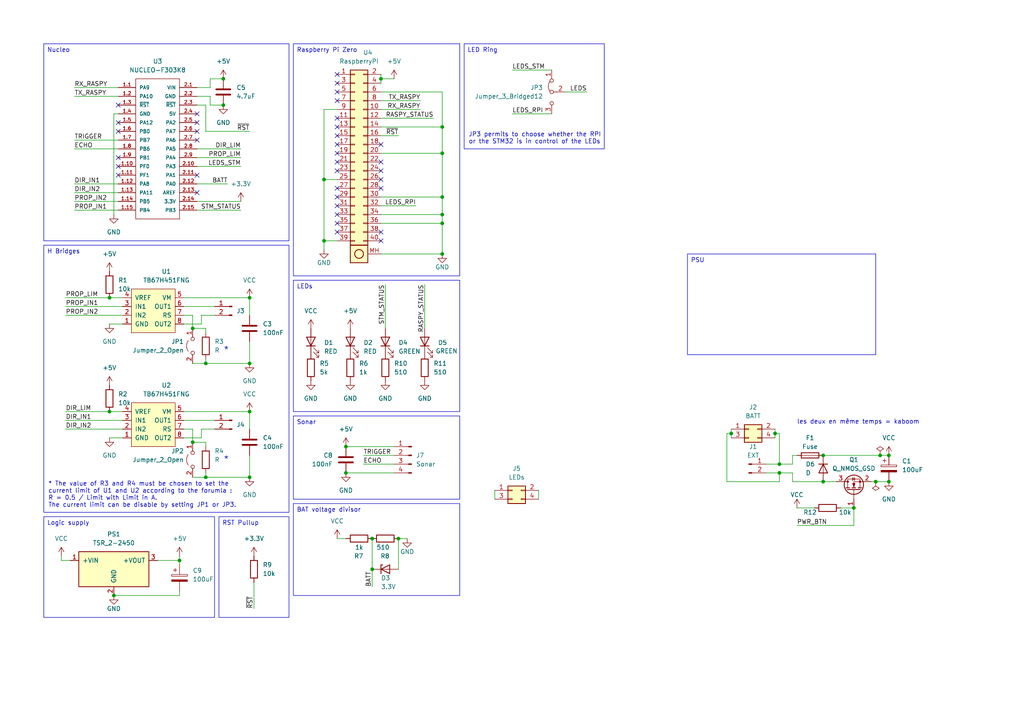
<source format=kicad_sch>
(kicad_sch (version 20230121) (generator eeschema)
  (paper "A4")
  (title_block (title "DevBoard acdc") (date "2023-09-26") (rev "V1.0"))
  (lib_symbols
    (symbol "ComponentsEvo:NUCLEO-F303K8" (pin_names (offset 1.016))
      (property "Reference" "U" (at -2.54 21.59 0))
      (property "Value" "NUCLEO-F303K8" (at -7.62 -22.86 0))
      (symbol "NUCLEO-F303K8_1_0"
        (polyline (pts (xy -6.35 -20.32) (xy 6.35 -20.32)) (stroke (width 0.1524)))
        (polyline (pts (xy -6.35 20.32) (xy -6.35 -20.32)) (stroke (width 0.1524)))
        (polyline (pts (xy 6.35 -20.32) (xy 6.35 20.32)) (stroke (width 0.1524)))
        (polyline (pts (xy 6.35 20.32) (xy -6.35 20.32)) (stroke (width 0.1524)))
        (pin bidirectional line (at -11.43 17.78 0) (length 5.08) (name "PA9") (number "1.1"))
        (pin bidirectional line (at -11.43 -5.08 0) (length 5.08) (name "PF0") (number "1.10"))
        (pin bidirectional line (at -11.43 -7.62 0) (length 5.08) (name "PF1") (number "1.11"))
        (pin bidirectional line (at -11.43 -10.16 0) (length 5.08) (name "PA8") (number "1.12"))
        (pin bidirectional line (at -11.43 -12.7 0) (length 5.08) (name "PA11") (number "1.13"))
        (pin bidirectional line (at -11.43 -15.24 0) (length 5.08) (name "PB5") (number "1.14"))
        (pin bidirectional line (at -11.43 -17.78 0) (length 5.08) (name "PB4") (number "1.15"))
        (pin bidirectional line (at -11.43 15.24 0) (length 5.08) (name "PA10") (number "1.2"))
        (pin bidirectional line (at -11.43 12.7 0) (length 5.08) (name "~{RST}") (number "1.3"))
        (pin passive line (at -11.43 10.16 0) (length 5.08) (name "GND") (number "1.4"))
        (pin bidirectional line (at -11.43 7.62 0) (length 5.08) (name "PA12") (number "1.5"))
        (pin bidirectional line (at -11.43 5.08 0) (length 5.08) (name "PB0") (number "1.6"))
        (pin bidirectional line (at -11.43 2.54 0) (length 5.08) (name "PB7") (number "1.7"))
        (pin bidirectional line (at -11.43 0 0) (length 5.08) (name "PB6") (number "1.8"))
        (pin bidirectional line (at -11.43 -2.54 0) (length 5.08) (name "PB1") (number "1.9"))
        (pin power_in line (at 11.43 17.78 180) (length 5.08) (name "VIN") (number "2.1"))
        (pin bidirectional line (at 11.43 -5.08 180) (length 5.08) (name "PA3") (number "2.10"))
        (pin bidirectional line (at 11.43 -7.62 180) (length 5.08) (name "PA1") (number "2.11"))
        (pin bidirectional line (at 11.43 -10.16 180) (length 5.08) (name "PA0") (number "2.12"))
        (pin power_out line (at 11.43 -12.7 180) (length 5.08) (name "AREF") (number "2.13"))
        (pin power_out line (at 11.43 -15.24 180) (length 5.08) (name "3.3V") (number "2.14"))
        (pin bidirectional line (at 11.43 -17.78 180) (length 5.08) (name "PB3") (number "2.15"))
        (pin passive line (at 11.43 15.24 180) (length 5.08) (name "GND") (number "2.2"))
        (pin bidirectional line (at 11.43 12.7 180) (length 5.08) (name "~{RST}") (number "2.3"))
        (pin power_out line (at 11.43 10.16 180) (length 5.08) (name "5V") (number "2.4"))
        (pin bidirectional line (at 11.43 7.62 180) (length 5.08) (name "PA2") (number "2.5"))
        (pin bidirectional line (at 11.43 5.08 180) (length 5.08) (name "PA7") (number "2.6"))
        (pin bidirectional line (at 11.43 2.54 180) (length 5.08) (name "PA6") (number "2.7"))
        (pin bidirectional line (at 11.43 0 180) (length 5.08) (name "PA5") (number "2.8"))
        (pin bidirectional line (at 11.43 -2.54 180) (length 5.08) (name "PA4") (number "2.9"))
      )
    )
    (symbol "ComponentsEvo:RaspberryPI" (pin_names (offset 1.016) hide)
      (property "Reference" "U" (at 0 26.67 0))
      (property "Value" "RaspberryPI" (at 0 -31.75 0))
      (symbol "RaspberryPI_0_1"
        (rectangle (start -2.54 -25.4) (end 2.54 -30.48) (stroke (width 0.254)) (fill (type background)))
        (circle (center 0 -27.94) (radius 1.27) (stroke (width 0.254)))
      )
      (symbol "RaspberryPI_1_1"
        (rectangle (start -2.54 -24.003) (end -1.27 -24.257) (stroke (width 0.1524)))
        (rectangle (start -2.54 -21.463) (end -1.27 -21.717) (stroke (width 0.1524)))
        (rectangle (start -2.54 -18.923) (end -1.27 -19.177) (stroke (width 0.1524)))
        (rectangle (start -2.54 -16.383) (end -1.27 -16.637) (stroke (width 0.1524)))
        (rectangle (start -2.54 -13.843) (end -1.27 -14.097) (stroke (width 0.1524)))
        (rectangle (start -2.54 -11.303) (end -1.27 -11.557) (stroke (width 0.1524)))
        (rectangle (start -2.54 -8.763) (end -1.27 -9.017) (stroke (width 0.1524)))
        (rectangle (start -2.54 -6.223) (end -1.27 -6.477) (stroke (width 0.1524)))
        (rectangle (start -2.54 -3.683) (end -1.27 -3.937) (stroke (width 0.1524)))
        (rectangle (start -2.54 -1.143) (end -1.27 -1.397) (stroke (width 0.1524)))
        (rectangle (start -2.54 1.397) (end -1.27 1.143) (stroke (width 0.1524)))
        (rectangle (start -2.54 3.937) (end -1.27 3.683) (stroke (width 0.1524)))
        (rectangle (start -2.54 6.477) (end -1.27 6.223) (stroke (width 0.1524)))
        (rectangle (start -2.54 9.017) (end -1.27 8.763) (stroke (width 0.1524)))
        (rectangle (start -2.54 11.557) (end -1.27 11.303) (stroke (width 0.1524)))
        (rectangle (start -2.54 14.097) (end -1.27 13.843) (stroke (width 0.1524)))
        (rectangle (start -2.54 16.637) (end -1.27 16.383) (stroke (width 0.1524)))
        (rectangle (start -2.54 19.177) (end -1.27 18.923) (stroke (width 0.1524)))
        (rectangle (start -2.54 21.717) (end -1.27 21.463) (stroke (width 0.1524)))
        (rectangle (start -2.54 24.257) (end -1.27 24.003) (stroke (width 0.1524)))
        (rectangle (start -2.54 25.4) (end 2.54 -25.4) (stroke (width 0.254)) (fill (type background)))
        (rectangle (start 2.54 -24.003) (end 1.27 -24.257) (stroke (width 0.1524)))
        (rectangle (start 2.54 -21.463) (end 1.27 -21.717) (stroke (width 0.1524)))
        (rectangle (start 2.54 -18.923) (end 1.27 -19.177) (stroke (width 0.1524)))
        (rectangle (start 2.54 -16.383) (end 1.27 -16.637) (stroke (width 0.1524)))
        (rectangle (start 2.54 -13.843) (end 1.27 -14.097) (stroke (width 0.1524)))
        (rectangle (start 2.54 -11.303) (end 1.27 -11.557) (stroke (width 0.1524)))
        (rectangle (start 2.54 -8.763) (end 1.27 -9.017) (stroke (width 0.1524)))
        (rectangle (start 2.54 -6.223) (end 1.27 -6.477) (stroke (width 0.1524)))
        (rectangle (start 2.54 -3.683) (end 1.27 -3.937) (stroke (width 0.1524)))
        (rectangle (start 2.54 -1.143) (end 1.27 -1.397) (stroke (width 0.1524)))
        (rectangle (start 2.54 1.397) (end 1.27 1.143) (stroke (width 0.1524)))
        (rectangle (start 2.54 3.937) (end 1.27 3.683) (stroke (width 0.1524)))
        (rectangle (start 2.54 6.477) (end 1.27 6.223) (stroke (width 0.1524)))
        (rectangle (start 2.54 9.017) (end 1.27 8.763) (stroke (width 0.1524)))
        (rectangle (start 2.54 11.557) (end 1.27 11.303) (stroke (width 0.1524)))
        (rectangle (start 2.54 14.097) (end 1.27 13.843) (stroke (width 0.1524)))
        (rectangle (start 2.54 16.637) (end 1.27 16.383) (stroke (width 0.1524)))
        (rectangle (start 2.54 19.177) (end 1.27 18.923) (stroke (width 0.1524)))
        (rectangle (start 2.54 21.717) (end 1.27 21.463) (stroke (width 0.1524)))
        (rectangle (start 2.54 24.257) (end 1.27 24.003) (stroke (width 0.1524)))
        (pin passive line (at -6.35 24.13 0) (length 3.81) (name "Pin_1") (number "1"))
        (pin passive line (at 6.35 13.97 180) (length 3.81) (name "Pin_10") (number "10"))
        (pin passive line (at -6.35 11.43 0) (length 3.81) (name "Pin_11") (number "11"))
        (pin passive line (at 6.35 11.43 180) (length 3.81) (name "Pin_12") (number "12"))
        (pin passive line (at -6.35 8.89 0) (length 3.81) (name "Pin_13") (number "13"))
        (pin passive line (at 6.35 8.89 180) (length 3.81) (name "Pin_14") (number "14"))
        (pin passive line (at -6.35 6.35 0) (length 3.81) (name "Pin_15") (number "15"))
        (pin passive line (at 6.35 6.35 180) (length 3.81) (name "Pin_16") (number "16"))
        (pin passive line (at -6.35 3.81 0) (length 3.81) (name "Pin_17") (number "17"))
        (pin passive line (at 6.35 3.81 180) (length 3.81) (name "Pin_18") (number "18"))
        (pin passive line (at -6.35 1.27 0) (length 3.81) (name "Pin_19") (number "19"))
        (pin passive line (at 6.35 24.13 180) (length 3.81) (name "Pin_2") (number "2"))
        (pin passive line (at 6.35 1.27 180) (length 3.81) (name "Pin_20") (number "20"))
        (pin passive line (at -6.35 -1.27 0) (length 3.81) (name "Pin_21") (number "21"))
        (pin passive line (at 6.35 -1.27 180) (length 3.81) (name "Pin_22") (number "22"))
        (pin passive line (at -6.35 -3.81 0) (length 3.81) (name "Pin_23") (number "23"))
        (pin passive line (at 6.35 -3.81 180) (length 3.81) (name "Pin_24") (number "24"))
        (pin passive line (at -6.35 -6.35 0) (length 3.81) (name "Pin_25") (number "25"))
        (pin passive line (at 6.35 -6.35 180) (length 3.81) (name "Pin_26") (number "26"))
        (pin passive line (at -6.35 -8.89 0) (length 3.81) (name "Pin_27") (number "27"))
        (pin passive line (at 6.35 -8.89 180) (length 3.81) (name "Pin_28") (number "28"))
        (pin passive line (at -6.35 -11.43 0) (length 3.81) (name "Pin_29") (number "29"))
        (pin passive line (at -6.35 21.59 0) (length 3.81) (name "Pin_3") (number "3"))
        (pin passive line (at 6.35 -11.43 180) (length 3.81) (name "Pin_30") (number "30"))
        (pin passive line (at -6.35 -13.97 0) (length 3.81) (name "Pin_31") (number "31"))
        (pin passive line (at 6.35 -13.97 180) (length 3.81) (name "Pin_32") (number "32"))
        (pin passive line (at -6.35 -16.51 0) (length 3.81) (name "Pin_33") (number "33"))
        (pin passive line (at 6.35 -16.51 180) (length 3.81) (name "Pin_34") (number "34"))
        (pin passive line (at -6.35 -19.05 0) (length 3.81) (name "Pin_35") (number "35"))
        (pin passive line (at 6.35 -19.05 180) (length 3.81) (name "Pin_36") (number "36"))
        (pin passive line (at -6.35 -21.59 0) (length 3.81) (name "Pin_37") (number "37"))
        (pin passive line (at 6.35 -21.59 180) (length 3.81) (name "Pin_38") (number "38"))
        (pin passive line (at -6.35 -24.13 0) (length 3.81) (name "Pin_39") (number "39"))
        (pin passive line (at 6.35 21.59 180) (length 3.81) (name "Pin_4") (number "4"))
        (pin passive line (at 6.35 -24.13 180) (length 3.81) (name "Pin_40") (number "40"))
        (pin passive line (at -6.35 19.05 0) (length 3.81) (name "Pin_5") (number "5"))
        (pin passive line (at 6.35 19.05 180) (length 3.81) (name "Pin_6") (number "6"))
        (pin passive line (at -6.35 16.51 0) (length 3.81) (name "Pin_7") (number "7"))
        (pin passive line (at 6.35 16.51 180) (length 3.81) (name "Pin_8") (number "8"))
        (pin passive line (at -6.35 13.97 0) (length 3.81) (name "Pin_9") (number "9"))
        (pin passive line (at 6.35 -27.94 180) (length 3.81) (name "MountingHoles") (number "MH"))
      )
    )
    (symbol "ComponentsEvo:TB67H451FNG" (pin_names (offset 1.016))
      (property "Reference" "U" (at 0 7.62 0))
      (property "Value" "TB67H451FNG" (at 0 -7.62 0))
      (symbol "TB67H451FNG_0_1"
        (rectangle (start -6.35 6.35) (end 6.35 -6.35) (fill (type background)))
      )
      (symbol "TB67H451FNG_1_1"
        (pin passive line (at -8.89 3.81 0) (length 2.54) (name "GND") (number "1"))
        (pin input line (at -8.89 1.27 0) (length 2.54) (name "IN2") (number "2"))
        (pin input line (at -8.89 -1.27 0) (length 2.54) (name "IN1") (number "3"))
        (pin input line (at -8.89 -3.81 0) (length 2.54) (name "VREF") (number "4"))
        (pin power_in line (at 8.89 -3.81 180) (length 2.54) (name "VM") (number "5"))
        (pin power_out line (at 8.89 -1.27 180) (length 2.54) (name "OUT1") (number "6"))
        (pin input line (at 8.89 1.27 180) (length 2.54) (name "RS") (number "7"))
        (pin power_out line (at 8.89 3.81 180) (length 2.54) (name "OUT2") (number "8"))
      )
    )
    (symbol "ComponentsEvo:TSR_2-2450" (pin_names (offset 1.016))
      (property "Reference" "PS" (at -1.27 8.89 0))
      (property "Value" "TSR_2-2450" (at -5.08 6.35 0))
      (symbol "TSR_2-2450_0_0"
        (rectangle (start -10.16 5.08) (end 10.16 -5.08) (stroke (width 0.254)) (fill (type background)))
      )
      (symbol "TSR_2-2450_1_0"
        (pin input line (at -12.7 2.54 0) (length 2.54) (name "+VIN") (number "1"))
        (pin power_in line (at 0 -7.62 90) (length 2.54) (name "GND") (number "2"))
        (pin output line (at 12.7 2.54 180) (length 2.54) (name "+VOUT") (number "3"))
      )
    )
    (symbol "Connector:Conn_01x02_Pin" (pin_names (offset 1.016) hide)
      (property "Reference" "J" (at 0 2.54 0))
      (property "Value" "Conn_01x02_Pin" (at 0 -5.08 0))
      (symbol "Conn_01x02_Pin_1_1"
        (polyline (pts (xy 1.27 -2.54) (xy 0.8636 -2.54)) (stroke (width 0.1524)))
        (polyline (pts (xy 1.27 0) (xy 0.8636 0)) (stroke (width 0.1524)))
        (rectangle (start 0.8636 -2.413) (end 0 -2.667) (stroke (width 0.1524)) (fill (type outline)))
        (rectangle (start 0.8636 0.127) (end 0 -0.127) (stroke (width 0.1524)) (fill (type outline)))
        (pin passive line (at 5.08 0 180) (length 3.81) (name "Pin_1") (number "1"))
        (pin passive line (at 5.08 -2.54 180) (length 3.81) (name "Pin_2") (number "2"))
      )
    )
    (symbol "Connector:Conn_01x04_Pin" (pin_names (offset 1.016) hide)
      (property "Reference" "J" (at 0 5.08 0))
      (property "Value" "Conn_01x04_Pin" (at 0 -7.62 0))
      (symbol "Conn_01x04_Pin_1_1"
        (polyline (pts (xy 1.27 -5.08) (xy 0.8636 -5.08)) (stroke (width 0.1524)))
        (polyline (pts (xy 1.27 -2.54) (xy 0.8636 -2.54)) (stroke (width 0.1524)))
        (polyline (pts (xy 1.27 0) (xy 0.8636 0)) (stroke (width 0.1524)))
        (polyline (pts (xy 1.27 2.54) (xy 0.8636 2.54)) (stroke (width 0.1524)))
        (rectangle (start 0.8636 -4.953) (end 0 -5.207) (stroke (width 0.1524)) (fill (type outline)))
        (rectangle (start 0.8636 -2.413) (end 0 -2.667) (stroke (width 0.1524)) (fill (type outline)))
        (rectangle (start 0.8636 0.127) (end 0 -0.127) (stroke (width 0.1524)) (fill (type outline)))
        (rectangle (start 0.8636 2.667) (end 0 2.413) (stroke (width 0.1524)) (fill (type outline)))
        (pin passive line (at 5.08 2.54 180) (length 3.81) (name "Pin_1") (number "1"))
        (pin passive line (at 5.08 0 180) (length 3.81) (name "Pin_2") (number "2"))
        (pin passive line (at 5.08 -2.54 180) (length 3.81) (name "Pin_3") (number "3"))
        (pin passive line (at 5.08 -5.08 180) (length 3.81) (name "Pin_4") (number "4"))
      )
    )
    (symbol "Connector_Generic:Conn_02x02_Odd_Even" (pin_names (offset 1.016) hide)
      (property "Reference" "J" (at 1.27 2.54 0))
      (property "Value" "Conn_02x02_Odd_Even" (at 1.27 -5.08 0))
      (symbol "Conn_02x02_Odd_Even_1_1"
        (rectangle (start -1.27 -2.413) (end 0 -2.667) (stroke (width 0.1524)))
        (rectangle (start -1.27 0.127) (end 0 -0.127) (stroke (width 0.1524)))
        (rectangle (start -1.27 1.27) (end 3.81 -3.81) (stroke (width 0.254)) (fill (type background)))
        (rectangle (start 3.81 -2.413) (end 2.54 -2.667) (stroke (width 0.1524)))
        (rectangle (start 3.81 0.127) (end 2.54 -0.127) (stroke (width 0.1524)))
        (pin passive line (at -5.08 0 0) (length 3.81) (name "Pin_1") (number "1"))
        (pin passive line (at 7.62 0 180) (length 3.81) (name "Pin_2") (number "2"))
        (pin passive line (at -5.08 -2.54 0) (length 3.81) (name "Pin_3") (number "3"))
        (pin passive line (at 7.62 -2.54 180) (length 3.81) (name "Pin_4") (number "4"))
      )
    )
    (symbol "Device:C" (pin_numbers hide) (pin_names (offset 0.254))
      (property "Reference" "C" (at 0.635 2.54 0))
      (property "Value" "C" (at 0.635 -2.54 0))
      (symbol "C_0_1"
        (polyline (pts (xy -2.032 -0.762) (xy 2.032 -0.762)) (stroke (width 0.508)))
        (polyline (pts (xy -2.032 0.762) (xy 2.032 0.762)) (stroke (width 0.508)))
      )
      (symbol "C_1_1"
        (pin passive line (at 0 3.81 270) (length 2.794) (name "~") (number "1"))
        (pin passive line (at 0 -3.81 90) (length 2.794) (name "~") (number "2"))
      )
    )
    (symbol "Device:C_Polarized" (pin_numbers hide) (pin_names (offset 0.254))
      (property "Reference" "C" (at 0.635 2.54 0))
      (property "Value" "C_Polarized" (at 0.635 -2.54 0))
      (symbol "C_Polarized_0_1"
        (rectangle (start -2.286 0.508) (end 2.286 1.016))
        (polyline (pts (xy -1.778 2.286) (xy -0.762 2.286)))
        (polyline (pts (xy -1.27 2.794) (xy -1.27 1.778)))
        (rectangle (start 2.286 -0.508) (end -2.286 -1.016) (fill (type outline)))
      )
      (symbol "C_Polarized_1_1"
        (pin passive line (at 0 3.81 270) (length 2.794) (name "~") (number "1"))
        (pin passive line (at 0 -3.81 90) (length 2.794) (name "~") (number "2"))
      )
    )
    (symbol "Device:D" (pin_numbers hide) (pin_names (offset 1.016) hide)
      (property "Reference" "D" (at 0 2.54 0))
      (property "Value" "D" (at 0 -2.54 0))
      (symbol "D_0_1"
        (polyline (pts (xy -1.27 1.27) (xy -1.27 -1.27)) (stroke (width 0.254)))
        (polyline (pts (xy 1.27 0) (xy -1.27 0)))
        (polyline (pts (xy 1.27 1.27) (xy 1.27 -1.27) (xy -1.27 0) (xy 1.27 1.27)) (stroke (width 0.254)))
      )
      (symbol "D_1_1"
        (pin passive line (at -3.81 0 0) (length 2.54) (name "K") (number "1"))
        (pin passive line (at 3.81 0 180) (length 2.54) (name "A") (number "2"))
      )
    )
    (symbol "Device:D_Zener" (pin_numbers hide) (pin_names (offset 1.016) hide)
      (property "Reference" "D" (at 0 2.54 0))
      (property "Value" "D_Zener" (at 0 -2.54 0))
      (symbol "D_Zener_0_1"
        (polyline (pts (xy 1.27 0) (xy -1.27 0)))
        (polyline (pts (xy -1.27 -1.27) (xy -1.27 1.27) (xy -0.762 1.27)) (stroke (width 0.254)))
        (polyline (pts (xy 1.27 -1.27) (xy 1.27 1.27) (xy -1.27 0) (xy 1.27 -1.27)) (stroke (width 0.254)))
      )
      (symbol "D_Zener_1_1"
        (pin passive line (at -3.81 0 0) (length 2.54) (name "K") (number "1"))
        (pin passive line (at 3.81 0 180) (length 2.54) (name "A") (number "2"))
      )
    )
    (symbol "Device:Fuse" (pin_numbers hide) (pin_names (offset 0))
      (property "Reference" "F" (at 2.032 0 90))
      (property "Value" "Fuse" (at -1.905 0 90))
      (symbol "Fuse_0_1"
        (rectangle (start -0.762 -2.54) (end 0.762 2.54) (stroke (width 0.254)))
        (polyline (pts (xy 0 2.54) (xy 0 -2.54)))
      )
      (symbol "Fuse_1_1"
        (pin passive line (at 0 3.81 270) (length 1.27) (name "~") (number "1"))
        (pin passive line (at 0 -3.81 90) (length 1.27) (name "~") (number "2"))
      )
    )
    (symbol "Device:LED" (pin_numbers hide) (pin_names (offset 1.016) hide)
      (property "Reference" "D" (at 0 2.54 0))
      (property "Value" "LED" (at 0 -2.54 0))
      (symbol "LED_0_1"
        (polyline (pts (xy -1.27 -1.27) (xy -1.27 1.27)) (stroke (width 0.254)))
        (polyline (pts (xy -1.27 0) (xy 1.27 0)))
        (polyline (pts (xy 1.27 -1.27) (xy 1.27 1.27) (xy -1.27 0) (xy 1.27 -1.27)) (stroke (width 0.254)))
        (polyline (pts (xy -3.048 -0.762) (xy -4.572 -2.286) (xy -3.81 -2.286) (xy -4.572 -2.286) (xy -4.572 -1.524)))
        (polyline (pts (xy -1.778 -0.762) (xy -3.302 -2.286) (xy -2.54 -2.286) (xy -3.302 -2.286) (xy -3.302 -1.524)))
      )
      (symbol "LED_1_1"
        (pin passive line (at -3.81 0 0) (length 2.54) (name "K") (number "1"))
        (pin passive line (at 3.81 0 180) (length 2.54) (name "A") (number "2"))
      )
    )
    (symbol "Device:Q_NMOS_GSD" (pin_names (offset 0) hide)
      (property "Reference" "Q" (at 5.08 1.27 0))
      (property "Value" "Q_NMOS_GSD" (at 5.08 -1.27 0))
      (symbol "Q_NMOS_GSD_0_1"
        (polyline (pts (xy 0.254 0) (xy -2.54 0)))
        (polyline (pts (xy 0.254 1.905) (xy 0.254 -1.905)) (stroke (width 0.254)))
        (polyline (pts (xy 0.762 -1.27) (xy 0.762 -2.286)) (stroke (width 0.254)))
        (polyline (pts (xy 0.762 0.508) (xy 0.762 -0.508)) (stroke (width 0.254)))
        (polyline (pts (xy 0.762 2.286) (xy 0.762 1.27)) (stroke (width 0.254)))
        (polyline (pts (xy 2.54 2.54) (xy 2.54 1.778)))
        (polyline (pts (xy 2.54 -2.54) (xy 2.54 0) (xy 0.762 0)))
        (polyline (pts (xy 0.762 -1.778) (xy 3.302 -1.778) (xy 3.302 1.778) (xy 0.762 1.778)))
        (polyline (pts (xy 1.016 0) (xy 2.032 0.381) (xy 2.032 -0.381) (xy 1.016 0)) (fill (type outline)))
        (polyline (pts (xy 2.794 0.508) (xy 2.921 0.381) (xy 3.683 0.381) (xy 3.81 0.254)))
        (polyline (pts (xy 3.302 0.381) (xy 2.921 -0.254) (xy 3.683 -0.254) (xy 3.302 0.381)))
        (circle (center 1.651 0) (radius 2.794) (stroke (width 0.254)))
        (circle (center 2.54 -1.778) (radius 0.254) (fill (type outline)))
        (circle (center 2.54 1.778) (radius 0.254) (fill (type outline)))
      )
      (symbol "Q_NMOS_GSD_1_1"
        (pin input line (at -5.08 0 0) (length 2.54) (name "G") (number "1"))
        (pin passive line (at 2.54 -5.08 90) (length 2.54) (name "S") (number "2"))
        (pin passive line (at 2.54 5.08 270) (length 2.54) (name "D") (number "3"))
      )
    )
    (symbol "Device:R" (pin_numbers hide) (pin_names (offset 0))
      (property "Reference" "R" (at 2.032 0 90))
      (property "Value" "R" (at 0 0 90))
      (symbol "R_0_1"
        (rectangle (start -1.016 -2.54) (end 1.016 2.54) (stroke (width 0.254)))
      )
      (symbol "R_1_1"
        (pin passive line (at 0 3.81 270) (length 1.27) (name "~") (number "1"))
        (pin passive line (at 0 -3.81 90) (length 1.27) (name "~") (number "2"))
      )
    )
    (symbol "Jumper:Jumper_2_Open" (pin_names (offset 0) hide)
      (property "Reference" "JP" (at 0 2.794 0))
      (property "Value" "Jumper_2_Open" (at 0 -2.286 0))
      (symbol "Jumper_2_Open_0_0"
        (circle (center -2.032 0) (radius 0.508))
        (circle (center 2.032 0) (radius 0.508))
      )
      (symbol "Jumper_2_Open_0_1"
        (arc (start 1.524 1.27) (mid 0 1.778) (end -1.524 1.27))
      )
      (symbol "Jumper_2_Open_1_1"
        (pin passive line (at -5.08 0 0) (length 2.54) (name "A") (number "1"))
        (pin passive line (at 5.08 0 180) (length 2.54) (name "B") (number "2"))
      )
    )
    (symbol "Jumper:Jumper_3_Bridged12" (pin_names (offset 0) hide)
      (property "Reference" "JP" (at -2.54 -2.54 0))
      (property "Value" "Jumper_3_Bridged12" (at 0 2.794 0))
      (symbol "Jumper_3_Bridged12_0_0"
        (circle (center -3.302 0) (radius 0.508))
        (circle (center 0 0) (radius 0.508))
        (circle (center 3.302 0) (radius 0.508))
      )
      (symbol "Jumper_3_Bridged12_0_1"
        (arc (start -0.254 0.508) (mid -1.651 0.9912) (end -3.048 0.508))
        (polyline (pts (xy 0 -1.27) (xy 0 -0.508)))
      )
      (symbol "Jumper_3_Bridged12_1_1"
        (pin passive line (at -6.35 0 0) (length 2.54) (name "A") (number "1"))
        (pin passive line (at 0 -3.81 90) (length 2.54) (name "C") (number "2"))
        (pin passive line (at 6.35 0 180) (length 2.54) (name "B") (number "3"))
      )
    )
    (symbol "power:+3.3V" (power) (pin_names (offset 0))
      (property "Value" "+3.3V" (at 0 3.556 0))
      (symbol "+3.3V_0_1"
        (polyline (pts (xy -0.762 1.27) (xy 0 2.54)))
        (polyline (pts (xy 0 0) (xy 0 2.54)))
        (polyline (pts (xy 0 2.54) (xy 0.762 1.27)))
      )
      (symbol "+3.3V_1_1"
        (pin power_in line (at 0 0 90) (length 0) hide (name "+3.3V") (number "1"))
      )
    )
    (symbol "power:+5V" (power) (pin_names (offset 0))
      (property "Value" "+5V" (at 0 3.556 0))
      (symbol "+5V_0_1"
        (polyline (pts (xy -0.762 1.27) (xy 0 2.54)))
        (polyline (pts (xy 0 0) (xy 0 2.54)))
        (polyline (pts (xy 0 2.54) (xy 0.762 1.27)))
      )
      (symbol "+5V_1_1"
        (pin power_in line (at 0 0 90) (length 0) hide (name "+5V") (number "1"))
      )
    )
    (symbol "power:GND" (power) (pin_names (offset 0))
      (property "Value" "GND" (at 0 -3.81 0))
      (symbol "GND_0_1"
        (polyline (pts (xy 0 0) (xy 0 -1.27) (xy 1.27 -1.27) (xy 0 -2.54) (xy -1.27 -1.27) (xy 0 -1.27)))
      )
      (symbol "GND_1_1"
        (pin power_in line (at 0 0 270) (length 0) hide (name "GND") (number "1"))
      )
    )
    (symbol "power:PWR_FLAG" (power) (pin_numbers hide) (pin_names (offset 0) hide)
      (property "Value" "PWR_FLAG" (at 0 3.81 0))
      (symbol "PWR_FLAG_0_0"
        (pin power_out line (at 0 0 90) (length 0) (name "pwr") (number "1"))
      )
      (symbol "PWR_FLAG_0_1"
        (polyline (pts (xy 0 0) (xy 0 1.27) (xy -1.016 1.905) (xy 0 2.54) (xy 1.016 1.905) (xy 0 1.27)))
      )
    )
    (symbol "power:VCC" (power) (pin_names (offset 0))
      (property "Value" "VCC" (at 0 3.81 0))
      (symbol "VCC_0_1"
        (polyline (pts (xy -0.762 1.27) (xy 0 2.54)))
        (polyline (pts (xy 0 0) (xy 0 2.54)))
        (polyline (pts (xy 0 2.54) (xy 0.762 1.27)))
      )
      (symbol "VCC_1_1"
        (pin power_in line (at 0 0 90) (length 0) hide (name "VCC") (number "1"))
      )
    )
  )
  (junction (at 212.09 125.73))
  (junction (at 100.33 137.16))
  (junction (at 55.88 95.25))
  (junction (at 238.76 139.7))
  (junction (at 247.65 147.32))
  (junction (at 64.77 30.48))
  (junction (at 128.27 73.66))
  (junction (at 128.27 36.83))
  (junction (at 64.77 22.86))
  (junction (at 254 139.7))
  (junction (at 72.39 86.36))
  (junction (at 31.75 119.38))
  (junction (at 72.39 105.41))
  (junction (at 55.88 128.27))
  (junction (at 107.95 165.1))
  (junction (at 33.02 172.72))
  (junction (at 100.33 129.54))
  (junction (at 72.39 119.38))
  (junction (at 128.27 44.45))
  (junction (at 128.27 57.15))
  (junction (at 93.98 69.85))
  (junction (at 59.69 105.41))
  (junction (at 115.57 156.21))
  (junction (at 257.81 139.7))
  (junction (at 226.06 134.62))
  (junction (at 238.76 132.08))
  (junction (at 226.06 137.16))
  (junction (at 52.07 162.56))
  (junction (at 128.27 62.23))
  (junction (at 224.79 125.73))
  (junction (at 72.39 138.43))
  (junction (at 257.81 132.08))
  (junction (at 107.95 156.21))
  (junction (at 255.27 132.08))
  (junction (at 31.75 86.36))
  (junction (at 110.49 22.86))
  (junction (at 128.27 64.77))
  (junction (at 93.98 52.07))
  (junction (at 59.69 138.43))
  (no_connect (at 110.49 46.99))
  (no_connect (at 110.49 67.31))
  (no_connect (at 34.29 35.56))
  (no_connect (at 97.79 36.83))
  (no_connect (at 97.79 29.21))
  (no_connect (at 97.79 34.29))
  (no_connect (at 57.15 38.1))
  (no_connect (at 110.49 49.53))
  (no_connect (at 97.79 44.45))
  (no_connect (at 97.79 49.53))
  (no_connect (at 110.49 41.91))
  (no_connect (at 97.79 64.77))
  (no_connect (at 57.15 55.88))
  (no_connect (at 97.79 39.37))
  (no_connect (at 110.49 54.61))
  (no_connect (at 97.79 62.23))
  (no_connect (at 97.79 59.69))
  (no_connect (at 34.29 45.72))
  (no_connect (at 97.79 26.67))
  (no_connect (at 97.79 57.15))
  (no_connect (at 97.79 41.91))
  (no_connect (at 57.15 50.8))
  (no_connect (at 97.79 24.13))
  (no_connect (at 34.29 38.1))
  (no_connect (at 97.79 46.99))
  (no_connect (at 34.29 30.48))
  (no_connect (at 57.15 40.64))
  (no_connect (at 97.79 21.59))
  (no_connect (at 97.79 54.61))
  (no_connect (at 57.15 35.56))
  (no_connect (at 110.49 52.07))
  (no_connect (at 57.15 33.02))
  (no_connect (at 34.29 50.8))
  (no_connect (at 97.79 67.31))
  (no_connect (at 34.29 48.26))
  (no_connect (at 110.49 69.85))
  (wire (pts (xy 55.88 128.27) (xy 59.69 128.27)))
  (wire (pts (xy 238.76 139.7) (xy 242.57 139.7)))
  (wire (pts (xy 224.79 125.73) (xy 224.79 127)))
  (wire (pts (xy 59.69 95.25) (xy 59.69 96.52)))
  (wire (pts (xy 33.02 33.02) (xy 34.29 33.02)))
  (wire (pts (xy 19.05 88.9) (xy 35.56 88.9)))
  (wire (pts (xy 33.02 62.23) (xy 33.02 33.02)))
  (wire (pts (xy 55.88 91.44) (xy 55.88 95.25)))
  (wire (pts (xy 110.49 39.37) (xy 115.57 39.37)))
  (wire (pts (xy 118.11 156.21) (xy 115.57 156.21)))
  (wire (pts (xy 238.76 132.08) (xy 255.27 132.08)))
  (wire (pts (xy 93.98 31.75) (xy 93.98 52.07)))
  (wire (pts (xy 212.09 125.73) (xy 212.09 127)))
  (wire (pts (xy 58.42 124.46) (xy 62.23 124.46)))
  (wire (pts (xy 53.34 121.92) (xy 62.23 121.92)))
  (wire (pts (xy 31.75 86.36) (xy 35.56 86.36)))
  (wire (pts (xy 97.79 156.21) (xy 100.33 156.21)))
  (wire (pts (xy 110.49 22.86) (xy 110.49 24.13)))
  (wire (pts (xy 53.34 88.9) (xy 62.23 88.9)))
  (wire (pts (xy 212.09 125.73) (xy 210.82 125.73)))
  (wire (pts (xy 148.59 33.02) (xy 160.02 33.02)))
  (wire (pts (xy 111.76 82.55) (xy 111.76 95.25)))
  (wire (pts (xy 128.27 26.67) (xy 128.27 36.83)))
  (wire (pts (xy 17.78 161.29) (xy 17.78 162.56)))
  (wire (pts (xy 110.49 22.86) (xy 114.3 22.86)))
  (wire (pts (xy 72.39 86.36) (xy 72.39 91.44)))
  (wire (pts (xy 19.05 124.46) (xy 35.56 124.46)))
  (wire (pts (xy 128.27 62.23) (xy 128.27 64.77)))
  (wire (pts (xy 110.49 57.15) (xy 128.27 57.15)))
  (wire (pts (xy 72.39 138.43) (xy 72.39 132.08)))
  (wire (pts (xy 110.49 73.66) (xy 128.27 73.66)))
  (wire (pts (xy 55.88 138.43) (xy 59.69 138.43)))
  (wire (pts (xy 55.88 105.41) (xy 59.69 105.41)))
  (wire (pts (xy 254 139.7) (xy 257.81 139.7)))
  (wire (pts (xy 110.49 62.23) (xy 128.27 62.23)))
  (wire (pts (xy 110.49 36.83) (xy 128.27 36.83)))
  (wire (pts (xy 105.41 134.62) (xy 114.3 134.62)))
  (wire (pts (xy 60.96 30.48) (xy 64.77 30.48)))
  (wire (pts (xy 105.41 132.08) (xy 114.3 132.08)))
  (wire (pts (xy 57.15 58.42) (xy 69.85 58.42)))
  (wire (pts (xy 59.69 137.16) (xy 59.69 138.43)))
  (wire (pts (xy 21.59 53.34) (xy 34.29 53.34)))
  (wire (pts (xy 21.59 43.18) (xy 34.29 43.18)))
  (wire (pts (xy 60.96 27.94) (xy 60.96 30.48)))
  (wire (pts (xy 21.59 58.42) (xy 34.29 58.42)))
  (wire (pts (xy 59.69 138.43) (xy 72.39 138.43)))
  (wire (pts (xy 57.15 45.72) (xy 69.85 45.72)))
  (wire (pts (xy 226.06 139.7) (xy 226.06 137.16)))
  (wire (pts (xy 229.87 132.08) (xy 231.14 132.08)))
  (wire (pts (xy 93.98 69.85) (xy 93.98 72.39)))
  (wire (pts (xy 110.49 34.29) (xy 125.73 34.29)))
  (wire (pts (xy 53.34 93.98) (xy 58.42 93.98)))
  (wire (pts (xy 59.69 104.14) (xy 59.69 105.41)))
  (wire (pts (xy 210.82 125.73) (xy 210.82 139.7)))
  (wire (pts (xy 31.75 119.38) (xy 35.56 119.38)))
  (wire (pts (xy 21.59 27.94) (xy 34.29 27.94)))
  (wire (pts (xy 107.95 170.18) (xy 107.95 165.1)))
  (wire (pts (xy 57.15 30.48) (xy 59.69 30.48)))
  (wire (pts (xy 156.21 142.24) (xy 156.21 144.78)))
  (wire (pts (xy 52.07 171.45) (xy 52.07 172.72)))
  (wire (pts (xy 31.75 127) (xy 35.56 127)))
  (wire (pts (xy 255.27 132.08) (xy 257.81 132.08)))
  (wire (pts (xy 21.59 55.88) (xy 34.29 55.88)))
  (wire (pts (xy 59.69 105.41) (xy 72.39 105.41)))
  (wire (pts (xy 115.57 156.21) (xy 115.57 165.1)))
  (wire (pts (xy 21.59 40.64) (xy 34.29 40.64)))
  (wire (pts (xy 128.27 36.83) (xy 128.27 44.45)))
  (wire (pts (xy 73.66 168.91) (xy 73.66 176.53)))
  (wire (pts (xy 33.02 172.72) (xy 52.07 172.72)))
  (wire (pts (xy 59.69 38.1) (xy 72.39 38.1)))
  (wire (pts (xy 110.49 21.59) (xy 110.49 22.86)))
  (wire (pts (xy 247.65 147.32) (xy 247.65 152.4)))
  (wire (pts (xy 252.73 139.7) (xy 254 139.7)))
  (wire (pts (xy 123.19 82.55) (xy 123.19 95.25)))
  (wire (pts (xy 100.33 129.54) (xy 114.3 129.54)))
  (wire (pts (xy 53.34 91.44) (xy 55.88 91.44)))
  (wire (pts (xy 72.39 119.38) (xy 72.39 124.46)))
  (wire (pts (xy 58.42 91.44) (xy 62.23 91.44)))
  (wire (pts (xy 55.88 124.46) (xy 55.88 128.27)))
  (wire (pts (xy 57.15 43.18) (xy 69.85 43.18)))
  (wire (pts (xy 148.59 20.32) (xy 160.02 20.32)))
  (wire (pts (xy 231.14 147.32) (xy 236.22 147.32)))
  (wire (pts (xy 163.83 26.67) (xy 170.18 26.67)))
  (wire (pts (xy 97.79 31.75) (xy 93.98 31.75)))
  (wire (pts (xy 110.49 31.75) (xy 121.92 31.75)))
  (wire (pts (xy 19.05 121.92) (xy 35.56 121.92)))
  (wire (pts (xy 57.15 27.94) (xy 60.96 27.94)))
  (wire (pts (xy 226.06 125.73) (xy 226.06 134.62)))
  (wire (pts (xy 222.25 134.62) (xy 226.06 134.62)))
  (wire (pts (xy 60.96 25.4) (xy 60.96 22.86)))
  (wire (pts (xy 57.15 53.34) (xy 66.04 53.34)))
  (wire (pts (xy 231.14 152.4) (xy 247.65 152.4)))
  (wire (pts (xy 224.79 125.73) (xy 226.06 125.73)))
  (wire (pts (xy 226.06 137.16) (xy 229.87 137.16)))
  (wire (pts (xy 100.33 137.16) (xy 114.3 137.16)))
  (wire (pts (xy 93.98 69.85) (xy 97.79 69.85)))
  (wire (pts (xy 128.27 44.45) (xy 128.27 57.15)))
  (wire (pts (xy 229.87 134.62) (xy 229.87 132.08)))
  (wire (pts (xy 57.15 25.4) (xy 60.96 25.4)))
  (wire (pts (xy 21.59 60.96) (xy 34.29 60.96)))
  (wire (pts (xy 52.07 161.29) (xy 52.07 162.56)))
  (wire (pts (xy 55.88 95.25) (xy 59.69 95.25)))
  (wire (pts (xy 128.27 57.15) (xy 128.27 62.23)))
  (wire (pts (xy 229.87 139.7) (xy 238.76 139.7)))
  (wire (pts (xy 57.15 48.26) (xy 69.85 48.26)))
  (wire (pts (xy 19.05 119.38) (xy 31.75 119.38)))
  (wire (pts (xy 45.72 162.56) (xy 52.07 162.56)))
  (wire (pts (xy 110.49 29.21) (xy 121.92 29.21)))
  (wire (pts (xy 53.34 119.38) (xy 72.39 119.38)))
  (wire (pts (xy 58.42 93.98) (xy 58.42 91.44)))
  (wire (pts (xy 53.34 124.46) (xy 55.88 124.46)))
  (wire (pts (xy 31.75 93.98) (xy 35.56 93.98)))
  (wire (pts (xy 58.42 127) (xy 58.42 124.46)))
  (wire (pts (xy 17.78 162.56) (xy 20.32 162.56)))
  (wire (pts (xy 143.51 142.24) (xy 143.51 144.78)))
  (wire (pts (xy 128.27 64.77) (xy 128.27 73.66)))
  (wire (pts (xy 243.84 147.32) (xy 247.65 147.32)))
  (wire (pts (xy 212.09 124.46) (xy 212.09 125.73)))
  (wire (pts (xy 110.49 59.69) (xy 120.65 59.69)))
  (wire (pts (xy 53.34 127) (xy 58.42 127)))
  (wire (pts (xy 57.15 60.96) (xy 69.85 60.96)))
  (wire (pts (xy 21.59 25.4) (xy 34.29 25.4)))
  (wire (pts (xy 110.49 44.45) (xy 128.27 44.45)))
  (wire (pts (xy 224.79 124.46) (xy 224.79 125.73)))
  (wire (pts (xy 107.95 165.1) (xy 107.95 156.21)))
  (wire (pts (xy 93.98 52.07) (xy 93.98 69.85)))
  (wire (pts (xy 110.49 64.77) (xy 128.27 64.77)))
  (wire (pts (xy 59.69 128.27) (xy 59.69 129.54)))
  (wire (pts (xy 53.34 86.36) (xy 72.39 86.36)))
  (wire (pts (xy 229.87 137.16) (xy 229.87 139.7)))
  (wire (pts (xy 110.49 26.67) (xy 128.27 26.67)))
  (wire (pts (xy 72.39 105.41) (xy 72.39 99.06)))
  (wire (pts (xy 59.69 30.48) (xy 59.69 38.1)))
  (wire (pts (xy 19.05 86.36) (xy 31.75 86.36)))
  (wire (pts (xy 93.98 52.07) (xy 97.79 52.07)))
  (wire (pts (xy 52.07 163.83) (xy 52.07 162.56)))
  (wire (pts (xy 19.05 91.44) (xy 35.56 91.44)))
  (wire (pts (xy 210.82 139.7) (xy 226.06 139.7)))
  (wire (pts (xy 60.96 22.86) (xy 64.77 22.86)))
  (wire (pts (xy 222.25 137.16) (xy 226.06 137.16)))
  (wire (pts (xy 226.06 134.62) (xy 229.87 134.62)))
  (text_box "H Bridges" (at 12.7 71.12 0) (size 71.12 77.47) (effects (font (size 1.27 1.27)) (justify left top)))
  (text_box "Sonar" (at 85.09 120.65 0) (size 48.26 24.13) (effects (font (size 1.27 1.27)) (justify left top)))
  (text_box "Raspberry Pi Zero\n\n\n" (at 85.09 12.7 0) (size 48.26 67.31) (effects (font (size 1.27 1.27)) (justify left top)))
  (text_box "PSU" (at 199.39 73.66 0) (size 54.61 29.21) (effects (font (size 1.27 1.27)) (justify left top)))
  (text_box "Nucleo" (at 12.7 12.7 0) (size 71.12 57.15) (effects (font (size 1.27 1.27)) (justify left top)))
  (text_box "BAT voltage divisor" (at 85.09 146.05 0) (size 48.26 26.67) (effects (font (size 1.27 1.27)) (justify left top)))
  (text_box "LED Ring" (at 134.62 12.7 0) (size 40.64 30.48) (effects (font (size 1.27 1.27)) (justify left top)))
  (text_box "LEDs" (at 85.09 81.28 0) (size 48.26 38.1) (effects (font (size 1.27 1.27)) (justify left top)))
  (text_box "Logic supply\n" (at 12.7 149.86 0) (size 49.53 29.21) (effects (font (size 1.27 1.27)) (justify left top)))
  (text_box "RST Pullup" (at 63.5 149.86 0) (size 20.32 29.21) (effects (font (size 1.27 1.27)) (justify left top)))
  (text "*" (at 64.77 134.62 0) (effects (font (size 2 2)) (justify left bottom)))
  (text "JP3 permits to choose whether the RPI\nor the STM32 is in control of the LEDs" (at 135.89 41.91 0) (effects (font (size 1.27 1.27)) (justify left bottom)))
  (text "*" (at 64.77 102.87 0) (effects (font (size 2 2)) (justify left bottom)))
  (text "* The value of R3 and R4 must be chosen to set the\ncurrent limit of U1 and U2 according to the forumla :\nR = 0.5 / Limit with Limit in A.\nThe current limit can be disable by setting JP1 or JP3." (at 13.97 147.32 0) (effects (font (size 1.27 1.27)) (justify left bottom)))
  (text "les deux en même temps = kaboom\n" (at 231.14 123.19 0) (effects (font (size 1.27 1.27)) (justify left bottom)))
  (label "RASPY_STATUS" (at 125.73 34.29 180))
  (label "BATT" (at 66.04 53.34 180))
  (label "TRIGGER" (at 105.41 132.08 0))
  (label "LEDS" (at 170.18 26.67 180))
  (label "ECHO" (at 105.41 134.62 0))
  (label "DIR_LIM" (at 69.85 43.18 180))
  (label "PWR_BTN" (at 231.14 152.4 0))
  (label "BATT" (at 107.95 170.18 90))
  (label "~{RST}" (at 73.66 176.53 90))
  (label "TRIGGER" (at 21.59 40.64 0))
  (label "STM_STATUS" (at 111.76 82.55 270))
  (label "DIR_LIM" (at 19.05 119.38 0))
  (label "LEDS_RPI" (at 148.59 33.02 0))
  (label "PROP_LIM" (at 19.05 86.36 0))
  (label "PROP_IN1" (at 21.59 60.96 0))
  (label "~{RST}" (at 115.57 39.37 180))
  (label "DIR_IN1" (at 21.59 53.34 0))
  (label "PROP_IN1" (at 19.05 88.9 0))
  (label "DIR_IN1" (at 19.05 121.92 0))
  (label "PROP_IN2" (at 21.59 58.42 0))
  (label "RX_RASPY" (at 121.92 31.75 180))
  (label "RASPY_STATUS" (at 123.19 82.55 270))
  (label "PROP_IN2" (at 19.05 91.44 0))
  (label "PROP_LIM" (at 69.85 45.72 180))
  (label "RX_RASPY" (at 21.59 25.4 0))
  (label "TX_RASPY" (at 21.59 27.94 0))
  (label "TX_RASPY" (at 121.92 29.21 180))
  (label "LEDS_RPI" (at 120.65 59.69 180))
  (label "~{RST}" (at 72.39 38.1 180))
  (label "LEDS_STM" (at 148.59 20.32 0))
  (label "LEDS_STM" (at 69.85 48.26 180))
  (label "ECHO" (at 21.59 43.18 0))
  (label "DIR_IN2" (at 19.05 124.46 0))
  (label "DIR_IN2" (at 21.59 55.88 0))
  (label "STM_STATUS" (at 69.85 60.96 180))
  (symbol (lib_id "power:PWR_FLAG") (at 255.27 132.08 0) (unit 1)
    (property "Reference" "#FLG01" (effects hide))
    (property "Value" "PWR_FLAG" (effects hide))
  )
  (symbol (lib_id "power:PWR_FLAG") (at 254 139.7 180) (unit 1)
    (property "Reference" "#FLG02" (effects hide))
    (property "Value" "PWR_FLAG" (effects hide))
  )
  (symbol (lib_id "Device:R") (at 111.76 106.68 0) (unit 1)
    (property "Reference" "R10" (at 114.3 105.41 0) (effects (justify left)))
    (property "Value" "510" (at 114.3 107.95 0) (effects (justify left)))
    (property "Footprint" "Resistor_SMD:R_0603_1608Metric" (effects hide))
  )
  (symbol (lib_id "power:GND") (at 118.11 156.21 0) (unit 1)
    (property "Reference" "#PWR019" (effects hide))
    (property "Value" "GND" (at 118.11 160.02 0))
  )
  (symbol (lib_id "Jumper:Jumper_2_Open") (at 55.88 100.33 90) (mirror x) (unit 1)
    (property "Reference" "JP1" (at 53.34 99.06 90) (effects (justify left)))
    (property "Value" "Jumper_2_Open" (at 53.34 101.6 90) (effects (justify left)))
    (property "Footprint" "Jumper:SolderJumper-2_P1.3mm_Open_TrianglePad1.0x1.5mm" (effects hide))
  )
  (symbol (lib_id "power:VCC") (at 231.14 147.32 0) (unit 1)
    (property "Reference" "#PWR08" (effects hide))
    (property "Value" "VCC" (at 231.14 143.51 0))
  )
  (symbol (lib_id "power:+5V") (at 52.07 161.29 0) (unit 1)
    (property "Reference" "#PWR026" (effects hide))
    (property "Value" "+5V" (at 52.07 156.21 0))
  )
  (symbol (lib_id "power:GND") (at 123.19 110.49 0) (unit 1)
    (property "Reference" "#PWR031" (effects hide))
    (property "Value" "GND" (at 123.19 115.57 0))
  )
  (symbol (lib_id "Connector:Conn_01x02_Pin") (at 217.17 134.62 0) (unit 1)
    (property "Reference" "J1" (at 218.44 129.54 0))
    (property "Value" "EXT" (at 218.44 132.08 0))
    (property "Footprint" "ConnectorsEvo:66200211022" (effects hide))
  )
  (symbol (lib_id "power:+5V") (at 100.33 129.54 0) (unit 1)
    (property "Reference" "#PWR029" (effects hide))
    (property "Value" "+5V" (at 100.33 124.46 0))
  )
  (symbol (lib_id "Jumper:Jumper_3_Bridged12") (at 160.02 26.67 90) (mirror x) (unit 1)
    (property "Reference" "JP3" (at 157.48 25.4 90) (effects (justify left)))
    (property "Value" "Jumper_3_Bridged12" (at 157.48 27.94 90) (effects (justify left)))
    (property "Footprint" "Connector_PinHeader_2.54mm:PinHeader_1x03_P2.54mm_Vertical" (effects hide))
  )
  (symbol (lib_id "power:+5V") (at 101.6 95.25 0) (unit 1)
    (property "Reference" "#PWR016" (effects hide))
    (property "Value" "+5V" (at 101.6 90.17 0))
  )
  (symbol (lib_id "power:GND") (at 111.76 110.49 0) (unit 1)
    (property "Reference" "#PWR021" (effects hide))
    (property "Value" "GND" (at 111.76 115.57 0))
  )
  (symbol (lib_id "power:VCC") (at 72.39 86.36 0) (unit 1)
    (property "Reference" "#PWR09" (effects hide))
    (property "Value" "VCC" (at 72.39 81.28 0))
  )
  (symbol (lib_id "power:GND") (at 93.98 72.39 0) (unit 1)
    (property "Reference" "#PWR027" (effects hide))
    (property "Value" "GND" (at 93.98 76.2 0))
  )
  (symbol (lib_id "power:GND") (at 101.6 110.49 0) (unit 1)
    (property "Reference" "#PWR017" (effects hide))
    (property "Value" "GND" (at 101.6 115.57 0))
  )
  (symbol (lib_id "power:GND") (at 100.33 137.16 0) (unit 1)
    (property "Reference" "#PWR030" (effects hide))
    (property "Value" "GND" (at 100.33 142.24 0))
  )
  (symbol (lib_id "Device:D") (at 238.76 135.89 270) (unit 1)
    (property "Reference" "D6" (at 233.68 134.62 90) (effects (justify left)))
    (property "Value" "D" (at 233.68 137.16 90) (effects (justify left)))
    (property "Footprint" "ComponentsEvo:DO-214AB" (effects hide))
    (property "Sim.Device" "D" (effects hide))
    (property "Sim.Pins" "1=K 2=A" (effects hide))
  )
  (symbol (lib_id "Device:C_Polarized") (at 257.81 135.89 0) (unit 1)
    (property "Reference" "C1" (at 261.62 133.731 0) (effects (justify left)))
    (property "Value" "100uF" (at 261.62 136.271 0) (effects (justify left)))
    (property "Footprint" "Capacitor_SMD:CP_Elec_6.3x7.7" (effects hide))
  )
  (symbol (lib_id "ComponentsEvo:TSR_2-2450") (at 33.02 165.1 0) (unit 1)
    (property "Reference" "PS1" (at 33.02 154.94 0))
    (property "Value" "TSR_2-2450" (at 33.02 157.48 0))
    (property "Footprint" "ComponentsEvo:TSR_2-2450" (effects hide))
    (property "MP" "TSR 2-2450" (effects hide))
  )
  (symbol (lib_id "Device:C") (at 72.39 95.25 0) (unit 1)
    (property "Reference" "C3" (at 76.2 93.98 0) (effects (justify left)))
    (property "Value" "100nF" (at 76.2 96.52 0) (effects (justify left)))
    (property "Footprint" "Capacitor_SMD:C_0603_1608Metric" (effects hide))
  )
  (symbol (lib_id "power:GND") (at 31.75 93.98 0) (unit 1)
    (property "Reference" "#PWR02" (effects hide))
    (property "Value" "GND" (at 31.75 99.06 0))
  )
  (symbol (lib_id "Device:Fuse") (at 234.95 132.08 90) (unit 1)
    (property "Reference" "F1" (at 234.95 127 90))
    (property "Value" "Fuse" (at 234.95 129.54 90))
    (property "Footprint" "ComponentsEvo:0031.7701.11" (effects hide))
  )
  (symbol (lib_id "power:GND") (at 33.02 172.72 0) (unit 1)
    (property "Reference" "#PWR025" (effects hide))
    (property "Value" "GND" (at 33.02 176.53 0))
  )
  (symbol (lib_id "Device:R") (at 90.17 106.68 0) (unit 1)
    (property "Reference" "R5" (at 92.71 105.41 0) (effects (justify left)))
    (property "Value" "5k" (at 92.71 107.95 0) (effects (justify left)))
    (property "Footprint" "Resistor_SMD:R_0603_1608Metric" (effects hide))
  )
  (symbol (lib_id "Device:C") (at 72.39 128.27 0) (unit 1)
    (property "Reference" "C4" (at 76.2 127 0) (effects (justify left)))
    (property "Value" "100nF" (at 76.2 129.54 0) (effects (justify left)))
    (property "Footprint" "Capacitor_SMD:C_0603_1608Metric" (effects hide))
  )
  (symbol (lib_id "power:+5V") (at 114.3 22.86 0) (unit 1)
    (property "Reference" "#PWR032" (effects hide))
    (property "Value" "+5V" (at 114.3 17.78 0))
  )
  (symbol (lib_id "power:+3.3V") (at 73.66 161.29 0) (unit 1)
    (property "Reference" "#PWR020" (effects hide))
    (property "Value" "+3.3V" (at 73.66 156.21 0))
  )
  (symbol (lib_id "Device:C_Polarized") (at 52.07 167.64 0) (unit 1)
    (property "Reference" "C9" (at 55.88 165.481 0) (effects (justify left)))
    (property "Value" "100uF" (at 55.88 168.021 0) (effects (justify left)))
    (property "Footprint" "Capacitor_SMD:CP_Elec_6.3x7.7" (effects hide))
  )
  (symbol (lib_id "Device:R") (at 73.66 165.1 0) (unit 1)
    (property "Reference" "R9" (at 76.2 163.83 0) (effects (justify left)))
    (property "Value" "10k" (at 76.2 166.37 0) (effects (justify left)))
    (property "Footprint" "Resistor_SMD:R_0603_1608Metric" (effects hide))
  )
  (symbol (lib_id "Device:LED") (at 90.17 99.06 90) (unit 1)
    (property "Reference" "D1" (at 93.98 99.3775 90) (effects (justify right)))
    (property "Value" "RED" (at 93.98 101.9175 90) (effects (justify right)))
    (property "Footprint" "LED_SMD:LED_0805_2012Metric" (effects hide))
  )
  (symbol (lib_id "Device:R") (at 59.69 100.33 0) (unit 1)
    (property "Reference" "R3" (at 62.23 99.06 0) (effects (justify left)))
    (property "Value" "R" (at 62.23 101.6 0) (effects (justify left)))
    (property "Footprint" "Resistor_SMD:R_0805_2012Metric" (effects hide))
  )
  (symbol (lib_id "Device:R") (at 31.75 82.55 0) (unit 1)
    (property "Reference" "R1" (at 34.29 81.28 0) (effects (justify left)))
    (property "Value" "10k" (at 34.29 83.82 0) (effects (justify left)))
    (property "Footprint" "Resistor_SMD:R_0603_1608Metric" (effects hide))
  )
  (symbol (lib_id "power:GND") (at 128.27 73.66 0) (unit 1)
    (property "Reference" "#PWR028" (effects hide))
    (property "Value" "GND" (at 128.27 77.47 0))
  )
  (symbol (lib_id "power:+5V") (at 31.75 78.74 0) (unit 1)
    (property "Reference" "#PWR01" (effects hide))
    (property "Value" "+5V" (at 31.75 73.66 0))
  )
  (symbol (lib_id "power:GND") (at 31.75 127 0) (unit 1)
    (property "Reference" "#PWR04" (effects hide))
    (property "Value" "GND" (at 31.75 132.08 0))
  )
  (symbol (lib_id "power:GND") (at 64.77 30.48 0) (unit 1)
    (property "Reference" "#PWR023" (effects hide))
    (property "Value" "GND" (at 64.77 35.56 0))
  )
  (symbol (lib_id "power:GND") (at 33.02 62.23 0) (unit 1)
    (property "Reference" "#PWR013" (effects hide))
    (property "Value" "GND" (at 33.02 67.31 0))
  )
  (symbol (lib_id "power:VCC") (at 72.39 119.38 0) (unit 1)
    (property "Reference" "#PWR011" (effects hide))
    (property "Value" "VCC" (at 72.39 114.3 0))
  )
  (symbol (lib_id "power:+5V") (at 31.75 111.76 0) (unit 1)
    (property "Reference" "#PWR03" (effects hide))
    (property "Value" "+5V" (at 31.75 106.68 0))
  )
  (symbol (lib_id "Connector_Generic:Conn_02x02_Odd_Even") (at 217.17 124.46 0) (unit 1)
    (property "Reference" "J2" (at 218.44 118.11 0))
    (property "Value" "BATT" (at 218.44 120.65 0))
    (property "Footprint" "Connector_PinHeader_2.54mm:PinHeader_2x02_P2.54mm_Vertical_SMD" (effects hide))
  )
  (symbol (lib_id "power:VCC") (at 97.79 156.21 0) (unit 1)
    (property "Reference" "#PWR018" (effects hide))
    (property "Value" "VCC" (at 97.79 151.13 0))
  )
  (symbol (lib_id "Device:R") (at 59.69 133.35 0) (unit 1)
    (property "Reference" "R4" (at 62.23 130.81 0) (effects (justify left)))
    (property "Value" "R" (at 62.23 133.35 0) (effects (justify left)))
    (property "Footprint" "Resistor_SMD:R_0805_2012Metric" (effects hide))
  )
  (symbol (lib_id "Device:C") (at 100.33 133.35 0) (mirror y) (unit 1)
    (property "Reference" "C8" (at 96.52 132.08 0) (effects (justify left)))
    (property "Value" "100nF" (at 96.52 134.62 0) (effects (justify left)))
    (property "Footprint" "Capacitor_SMD:C_0603_1608Metric" (effects hide))
  )
  (symbol (lib_id "power:+3.3V") (at 69.85 58.42 0) (unit 1)
    (property "Reference" "#PWR024" (effects hide))
    (property "Value" "+3.3V" (at 69.85 53.34 0))
  )
  (symbol (lib_id "Device:R") (at 123.19 106.68 0) (unit 1)
    (property "Reference" "R11" (at 125.73 105.41 0) (effects (justify left)))
    (property "Value" "510" (at 125.73 107.95 0) (effects (justify left)))
    (property "Footprint" "Resistor_SMD:R_0603_1608Metric" (effects hide))
  )
  (symbol (lib_id "power:+5V") (at 64.77 22.86 0) (unit 1)
    (property "Reference" "#PWR022" (effects hide))
    (property "Value" "+5V" (at 64.77 17.78 0))
  )
  (symbol (lib_id "Device:R") (at 101.6 106.68 0) (unit 1)
    (property "Reference" "R6" (at 104.14 105.41 0) (effects (justify left)))
    (property "Value" "1k" (at 104.14 107.95 0) (effects (justify left)))
    (property "Footprint" "Resistor_SMD:R_0603_1608Metric" (effects hide))
  )
  (symbol (lib_id "Device:R") (at 240.03 147.32 90) (unit 1)
    (property "Reference" "R12" (at 234.95 148.59 90))
    (property "Value" "10k" (at 245.11 148.59 90))
    (property "Footprint" "Resistor_SMD:R_0603_1608Metric" (effects hide))
  )
  (symbol (lib_id "ComponentsEvo:NUCLEO-F303K8") (at 45.72 43.18 0) (unit 1)
    (property "Reference" "U3" (at 45.72 17.78 0))
    (property "Value" "NUCLEO-F303K8" (at 45.72 20.32 0))
    (property "Footprint" "ComponentsEvo:MODULE_NUCLEO-F303K8" (effects hide))
    (property "Datasheet" "ST Microelectronics" (effects hide))
    (property "Field4" "3" (effects hide))
    (property "Field5" "Manufacturer rEcommendation" (effects hide))
  )
  (symbol (lib_id "Device:Q_NMOS_GSD") (at 247.65 142.24 90) (unit 1)
    (property "Reference" "Q1" (at 247.65 133.35 90))
    (property "Value" "Q_NMOS_GSD" (at 247.65 135.89 90))
    (property "Footprint" "Package_TO_SOT_SMD:SOT-223" (effects hide))
  )
  (symbol (lib_id "power:VCC") (at 17.78 161.29 0) (unit 1)
    (property "Reference" "#PWR07" (effects hide))
    (property "Value" "VCC" (at 17.78 156.21 0))
  )
  (symbol (lib_id "Device:D_Zener") (at 111.76 165.1 0) (unit 1)
    (property "Reference" "D3" (at 110.49 167.64 0) (effects (justify left)))
    (property "Value" "3.3V" (at 110.49 170.18 0) (effects (justify left)))
    (property "Footprint" "Diode_SMD:D_SOD-523" (effects hide))
  )
  (symbol (lib_id "ComponentsEvo:TB67H451FNG") (at 44.45 90.17 0) (mirror x) (unit 1)
    (property "Reference" "U1" (at 48.26 78.74 0))
    (property "Value" "TB67H451FNG" (at 48.26 81.28 0))
    (property "Footprint" "ComponentsEvo:HSOP-8-1EP_3.9x4.9mm_P1.27mm_EP2.41x3.1mm_ThermalVias" (effects hide))
  )
  (symbol (lib_id "ComponentsEvo:RaspberryPI") (at 104.14 45.72 0) (unit 1)
    (property "Reference" "U4" (at 106.68 15.24 0))
    (property "Value" "RaspberryPI" (at 104.14 17.78 0))
    (property "Footprint" "ComponentsEvo:Shield_Raspberry_Pi_Zero_W" (effects hide))
  )
  (symbol (lib_id "Connector_Generic:Conn_02x02_Odd_Even") (at 148.59 142.24 0) (unit 1)
    (property "Reference" "J5" (at 149.86 135.89 0))
    (property "Value" "LEDs" (at 149.86 138.43 0))
    (property "Footprint" "Connector_PinHeader_2.54mm:PinHeader_2x02_P2.54mm_Vertical_SMD" (effects hide))
  )
  (symbol (lib_id "ComponentsEvo:TB67H451FNG") (at 44.45 123.19 0) (mirror x) (unit 1)
    (property "Reference" "U2" (at 48.26 111.76 0))
    (property "Value" "TB67H451FNG" (at 48.26 114.3 0))
    (property "Footprint" "ComponentsEvo:HSOP-8-1EP_3.9x4.9mm_P1.27mm_EP2.41x3.1mm_ThermalVias" (effects hide))
  )
  (symbol (lib_id "Device:R") (at 104.14 156.21 90) (mirror x) (unit 1)
    (property "Reference" "R7" (at 105.41 161.29 90) (effects (justify left)))
    (property "Value" "1k" (at 105.41 158.75 90) (effects (justify left)))
    (property "Footprint" "Resistor_SMD:R_0603_1608Metric" (effects hide))
  )
  (symbol (lib_id "power:GND") (at 90.17 110.49 0) (unit 1)
    (property "Reference" "#PWR015" (effects hide))
    (property "Value" "GND" (at 90.17 115.57 0))
  )
  (symbol (lib_id "Device:C") (at 64.77 26.67 0) (unit 1)
    (property "Reference" "C5" (at 68.58 25.4 0) (effects (justify left)))
    (property "Value" "4.7uF" (at 68.58 27.94 0) (effects (justify left)))
    (property "Footprint" "Capacitor_SMD:C_0603_1608Metric" (effects hide))
  )
  (symbol (lib_id "power:VCC") (at 90.17 95.25 0) (unit 1)
    (property "Reference" "#PWR014" (effects hide))
    (property "Value" "VCC" (at 90.17 90.17 0))
  )
  (symbol (lib_id "Device:LED") (at 101.6 99.06 90) (unit 1)
    (property "Reference" "D2" (at 105.41 99.3775 90) (effects (justify right)))
    (property "Value" "RED" (at 105.41 101.9175 90) (effects (justify right)))
    (property "Footprint" "LED_SMD:LED_0805_2012Metric" (effects hide))
  )
  (symbol (lib_id "Connector:Conn_01x02_Pin") (at 67.31 88.9 0) (mirror y) (unit 1)
    (property "Reference" "J3" (at 68.58 90.17 0) (effects (justify right)))
    (property "Value" "Conn_01x02_Pin" (effects hide))
    (property "Footprint" "Connector_PinHeader_2.54mm:PinHeader_1x02_P2.54mm_Vertical" (effects hide))
  )
  (symbol (lib_id "power:GND") (at 257.81 139.7 0) (unit 1)
    (property "Reference" "#PWR06" (effects hide))
    (property "Value" "GND" (at 257.81 144.78 0))
  )
  (symbol (lib_id "Device:LED") (at 111.76 99.06 90) (unit 1)
    (property "Reference" "D4" (at 115.57 99.3775 90) (effects (justify right)))
    (property "Value" "GREEN" (at 115.57 101.9175 90) (effects (justify right)))
    (property "Footprint" "LED_SMD:LED_0805_2012Metric" (effects hide))
  )
  (symbol (lib_id "Jumper:Jumper_2_Open") (at 55.88 133.35 90) (mirror x) (unit 1)
    (property "Reference" "JP2" (at 53.34 130.81 90) (effects (justify left)))
    (property "Value" "Jumper_2_Open" (at 53.34 133.35 90) (effects (justify left)))
    (property "Footprint" "Jumper:SolderJumper-2_P1.3mm_Open_TrianglePad1.0x1.5mm" (effects hide))
  )
  (symbol (lib_id "power:GND") (at 72.39 105.41 0) (unit 1)
    (property "Reference" "#PWR010" (effects hide))
    (property "Value" "GND" (at 72.39 110.49 0))
  )
  (symbol (lib_id "Device:LED") (at 123.19 99.06 90) (unit 1)
    (property "Reference" "D5" (at 127 99.3775 90) (effects (justify right)))
    (property "Value" "GREEN" (at 126.3326 101.8038 90) (effects (justify right)))
    (property "Footprint" "LED_SMD:LED_0805_2012Metric" (effects hide))
  )
  (symbol (lib_id "power:GND") (at 72.39 138.43 0) (unit 1)
    (property "Reference" "#PWR012" (effects hide))
    (property "Value" "GND" (at 72.39 143.51 0))
  )
  (symbol (lib_id "Connector:Conn_01x04_Pin") (at 119.38 132.08 0) (mirror y) (unit 1)
    (property "Reference" "J7" (at 120.65 132.08 0) (effects (justify right)))
    (property "Value" "Sonar" (at 120.65 134.62 0) (effects (justify right)))
    (property "Footprint" "Connector_PinHeader_2.54mm:PinHeader_1x04_P2.54mm_Vertical" (effects hide))
  )
  (symbol (lib_id "Device:R") (at 31.75 115.57 0) (unit 1)
    (property "Reference" "R2" (at 34.29 114.3 0) (effects (justify left)))
    (property "Value" "10k" (at 34.29 116.84 0) (effects (justify left)))
    (property "Footprint" "Resistor_SMD:R_0603_1608Metric" (effects hide))
  )
  (symbol (lib_id "Connector:Conn_01x02_Pin") (at 67.31 121.92 0) (mirror y) (unit 1)
    (property "Reference" "J4" (at 68.58 123.19 0) (effects (justify right)))
    (property "Value" "Conn_01x02_Pin" (effects hide))
    (property "Footprint" "Connector_PinHeader_2.54mm:PinHeader_1x02_P2.54mm_Vertical" (effects hide))
  )
  (symbol (lib_id "power:VCC") (at 257.81 132.08 0) (unit 1)
    (property "Reference" "#PWR05" (effects hide))
    (property "Value" "VCC" (at 257.81 127 0))
  )
  (symbol (lib_id "Device:R") (at 111.76 156.21 90) (mirror x) (unit 1)
    (property "Reference" "R8" (at 113.03 161.29 90) (effects (justify left)))
    (property "Value" "510" (at 113.03 158.75 90) (effects (justify left)))
    (property "Footprint" "Resistor_SMD:R_0603_1608Metric" (effects hide))
  )
)
</source>
